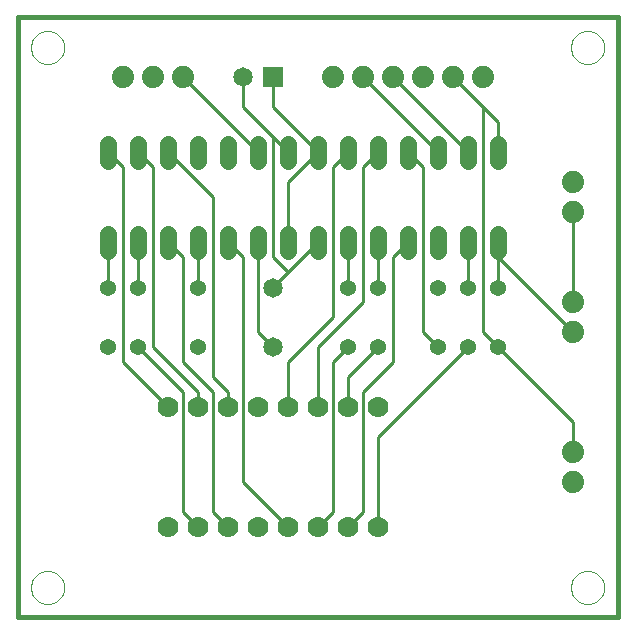
<source format=gtl>
G75*
G70*
%OFA0B0*%
%FSLAX24Y24*%
%IPPOS*%
%LPD*%
%AMOC8*
5,1,8,0,0,1.08239X$1,22.5*
%
%ADD10C,0.0000*%
%ADD11C,0.0160*%
%ADD12C,0.0560*%
%ADD13C,0.0740*%
%ADD14C,0.0540*%
%ADD15C,0.0700*%
%ADD16C,0.0650*%
%ADD17R,0.0650X0.0650*%
%ADD18C,0.0100*%
D10*
X000630Y001181D02*
X000632Y001228D01*
X000638Y001274D01*
X000648Y001320D01*
X000661Y001365D01*
X000679Y001408D01*
X000700Y001450D01*
X000724Y001490D01*
X000752Y001527D01*
X000783Y001562D01*
X000817Y001595D01*
X000853Y001624D01*
X000892Y001650D01*
X000933Y001673D01*
X000976Y001692D01*
X001020Y001708D01*
X001065Y001720D01*
X001111Y001728D01*
X001158Y001732D01*
X001204Y001732D01*
X001251Y001728D01*
X001297Y001720D01*
X001342Y001708D01*
X001386Y001692D01*
X001429Y001673D01*
X001470Y001650D01*
X001509Y001624D01*
X001545Y001595D01*
X001579Y001562D01*
X001610Y001527D01*
X001638Y001490D01*
X001662Y001450D01*
X001683Y001408D01*
X001701Y001365D01*
X001714Y001320D01*
X001724Y001274D01*
X001730Y001228D01*
X001732Y001181D01*
X001730Y001134D01*
X001724Y001088D01*
X001714Y001042D01*
X001701Y000997D01*
X001683Y000954D01*
X001662Y000912D01*
X001638Y000872D01*
X001610Y000835D01*
X001579Y000800D01*
X001545Y000767D01*
X001509Y000738D01*
X001470Y000712D01*
X001429Y000689D01*
X001386Y000670D01*
X001342Y000654D01*
X001297Y000642D01*
X001251Y000634D01*
X001204Y000630D01*
X001158Y000630D01*
X001111Y000634D01*
X001065Y000642D01*
X001020Y000654D01*
X000976Y000670D01*
X000933Y000689D01*
X000892Y000712D01*
X000853Y000738D01*
X000817Y000767D01*
X000783Y000800D01*
X000752Y000835D01*
X000724Y000872D01*
X000700Y000912D01*
X000679Y000954D01*
X000661Y000997D01*
X000648Y001042D01*
X000638Y001088D01*
X000632Y001134D01*
X000630Y001181D01*
X000630Y019181D02*
X000632Y019228D01*
X000638Y019274D01*
X000648Y019320D01*
X000661Y019365D01*
X000679Y019408D01*
X000700Y019450D01*
X000724Y019490D01*
X000752Y019527D01*
X000783Y019562D01*
X000817Y019595D01*
X000853Y019624D01*
X000892Y019650D01*
X000933Y019673D01*
X000976Y019692D01*
X001020Y019708D01*
X001065Y019720D01*
X001111Y019728D01*
X001158Y019732D01*
X001204Y019732D01*
X001251Y019728D01*
X001297Y019720D01*
X001342Y019708D01*
X001386Y019692D01*
X001429Y019673D01*
X001470Y019650D01*
X001509Y019624D01*
X001545Y019595D01*
X001579Y019562D01*
X001610Y019527D01*
X001638Y019490D01*
X001662Y019450D01*
X001683Y019408D01*
X001701Y019365D01*
X001714Y019320D01*
X001724Y019274D01*
X001730Y019228D01*
X001732Y019181D01*
X001730Y019134D01*
X001724Y019088D01*
X001714Y019042D01*
X001701Y018997D01*
X001683Y018954D01*
X001662Y018912D01*
X001638Y018872D01*
X001610Y018835D01*
X001579Y018800D01*
X001545Y018767D01*
X001509Y018738D01*
X001470Y018712D01*
X001429Y018689D01*
X001386Y018670D01*
X001342Y018654D01*
X001297Y018642D01*
X001251Y018634D01*
X001204Y018630D01*
X001158Y018630D01*
X001111Y018634D01*
X001065Y018642D01*
X001020Y018654D01*
X000976Y018670D01*
X000933Y018689D01*
X000892Y018712D01*
X000853Y018738D01*
X000817Y018767D01*
X000783Y018800D01*
X000752Y018835D01*
X000724Y018872D01*
X000700Y018912D01*
X000679Y018954D01*
X000661Y018997D01*
X000648Y019042D01*
X000638Y019088D01*
X000632Y019134D01*
X000630Y019181D01*
X018630Y019181D02*
X018632Y019228D01*
X018638Y019274D01*
X018648Y019320D01*
X018661Y019365D01*
X018679Y019408D01*
X018700Y019450D01*
X018724Y019490D01*
X018752Y019527D01*
X018783Y019562D01*
X018817Y019595D01*
X018853Y019624D01*
X018892Y019650D01*
X018933Y019673D01*
X018976Y019692D01*
X019020Y019708D01*
X019065Y019720D01*
X019111Y019728D01*
X019158Y019732D01*
X019204Y019732D01*
X019251Y019728D01*
X019297Y019720D01*
X019342Y019708D01*
X019386Y019692D01*
X019429Y019673D01*
X019470Y019650D01*
X019509Y019624D01*
X019545Y019595D01*
X019579Y019562D01*
X019610Y019527D01*
X019638Y019490D01*
X019662Y019450D01*
X019683Y019408D01*
X019701Y019365D01*
X019714Y019320D01*
X019724Y019274D01*
X019730Y019228D01*
X019732Y019181D01*
X019730Y019134D01*
X019724Y019088D01*
X019714Y019042D01*
X019701Y018997D01*
X019683Y018954D01*
X019662Y018912D01*
X019638Y018872D01*
X019610Y018835D01*
X019579Y018800D01*
X019545Y018767D01*
X019509Y018738D01*
X019470Y018712D01*
X019429Y018689D01*
X019386Y018670D01*
X019342Y018654D01*
X019297Y018642D01*
X019251Y018634D01*
X019204Y018630D01*
X019158Y018630D01*
X019111Y018634D01*
X019065Y018642D01*
X019020Y018654D01*
X018976Y018670D01*
X018933Y018689D01*
X018892Y018712D01*
X018853Y018738D01*
X018817Y018767D01*
X018783Y018800D01*
X018752Y018835D01*
X018724Y018872D01*
X018700Y018912D01*
X018679Y018954D01*
X018661Y018997D01*
X018648Y019042D01*
X018638Y019088D01*
X018632Y019134D01*
X018630Y019181D01*
X018630Y001181D02*
X018632Y001228D01*
X018638Y001274D01*
X018648Y001320D01*
X018661Y001365D01*
X018679Y001408D01*
X018700Y001450D01*
X018724Y001490D01*
X018752Y001527D01*
X018783Y001562D01*
X018817Y001595D01*
X018853Y001624D01*
X018892Y001650D01*
X018933Y001673D01*
X018976Y001692D01*
X019020Y001708D01*
X019065Y001720D01*
X019111Y001728D01*
X019158Y001732D01*
X019204Y001732D01*
X019251Y001728D01*
X019297Y001720D01*
X019342Y001708D01*
X019386Y001692D01*
X019429Y001673D01*
X019470Y001650D01*
X019509Y001624D01*
X019545Y001595D01*
X019579Y001562D01*
X019610Y001527D01*
X019638Y001490D01*
X019662Y001450D01*
X019683Y001408D01*
X019701Y001365D01*
X019714Y001320D01*
X019724Y001274D01*
X019730Y001228D01*
X019732Y001181D01*
X019730Y001134D01*
X019724Y001088D01*
X019714Y001042D01*
X019701Y000997D01*
X019683Y000954D01*
X019662Y000912D01*
X019638Y000872D01*
X019610Y000835D01*
X019579Y000800D01*
X019545Y000767D01*
X019509Y000738D01*
X019470Y000712D01*
X019429Y000689D01*
X019386Y000670D01*
X019342Y000654D01*
X019297Y000642D01*
X019251Y000634D01*
X019204Y000630D01*
X019158Y000630D01*
X019111Y000634D01*
X019065Y000642D01*
X019020Y000654D01*
X018976Y000670D01*
X018933Y000689D01*
X018892Y000712D01*
X018853Y000738D01*
X018817Y000767D01*
X018783Y000800D01*
X018752Y000835D01*
X018724Y000872D01*
X018700Y000912D01*
X018679Y000954D01*
X018661Y000997D01*
X018648Y001042D01*
X018638Y001088D01*
X018632Y001134D01*
X018630Y001181D01*
D11*
X000181Y000181D02*
X000181Y020181D01*
X020181Y020181D01*
X020181Y000181D01*
X000181Y000181D01*
D12*
X003181Y012401D02*
X003181Y012961D01*
X004181Y012961D02*
X004181Y012401D01*
X005181Y012401D02*
X005181Y012961D01*
X006181Y012961D02*
X006181Y012401D01*
X007181Y012401D02*
X007181Y012961D01*
X008181Y012961D02*
X008181Y012401D01*
X009181Y012401D02*
X009181Y012961D01*
X010181Y012961D02*
X010181Y012401D01*
X011181Y012401D02*
X011181Y012961D01*
X012181Y012961D02*
X012181Y012401D01*
X013181Y012401D02*
X013181Y012961D01*
X014181Y012961D02*
X014181Y012401D01*
X015181Y012401D02*
X015181Y012961D01*
X016181Y012961D02*
X016181Y012401D01*
X016181Y015401D02*
X016181Y015961D01*
X015181Y015961D02*
X015181Y015401D01*
X014181Y015401D02*
X014181Y015961D01*
X013181Y015961D02*
X013181Y015401D01*
X012181Y015401D02*
X012181Y015961D01*
X011181Y015961D02*
X011181Y015401D01*
X010181Y015401D02*
X010181Y015961D01*
X009181Y015961D02*
X009181Y015401D01*
X008181Y015401D02*
X008181Y015961D01*
X007181Y015961D02*
X007181Y015401D01*
X006181Y015401D02*
X006181Y015961D01*
X005181Y015961D02*
X005181Y015401D01*
X004181Y015401D02*
X004181Y015961D01*
X003181Y015961D02*
X003181Y015401D01*
D13*
X003681Y018181D03*
X004681Y018181D03*
X005681Y018181D03*
X010681Y018181D03*
X011681Y018181D03*
X012681Y018181D03*
X013681Y018181D03*
X014681Y018181D03*
X015681Y018181D03*
X018681Y014681D03*
X018681Y013681D03*
X018681Y010681D03*
X018681Y009681D03*
X018681Y005681D03*
X018681Y004681D03*
D14*
X016181Y009197D03*
X015181Y009197D03*
X014181Y009197D03*
X014181Y011166D03*
X015181Y011166D03*
X016181Y011166D03*
X012181Y011166D03*
X011181Y011166D03*
X011181Y009197D03*
X012181Y009197D03*
X006181Y009197D03*
X006181Y011166D03*
X004181Y011166D03*
X003181Y011166D03*
X003181Y009197D03*
X004181Y009197D03*
D15*
X005181Y007181D03*
X006181Y007181D03*
X007181Y007181D03*
X008181Y007181D03*
X009181Y007181D03*
X010181Y007181D03*
X011181Y007181D03*
X012181Y007181D03*
X012181Y003181D03*
X011181Y003181D03*
X010181Y003181D03*
X009181Y003181D03*
X008181Y003181D03*
X007181Y003181D03*
X006181Y003181D03*
X005181Y003181D03*
D16*
X008681Y009197D03*
X008681Y011166D03*
X007681Y018181D03*
D17*
X008681Y018181D03*
D18*
X008681Y017181D01*
X010181Y015681D01*
X009181Y014681D01*
X009181Y012681D01*
X008681Y012181D02*
X008681Y016181D01*
X009181Y015681D01*
X008681Y016181D02*
X007681Y017181D01*
X007681Y018181D01*
X005681Y018181D02*
X008181Y015681D01*
X006681Y014181D02*
X006681Y008181D01*
X007181Y007681D01*
X007181Y007181D01*
X006681Y007681D02*
X006681Y003681D01*
X007181Y003181D01*
X006181Y003181D02*
X005681Y003681D01*
X005681Y007681D01*
X004181Y009181D01*
X004181Y009197D01*
X004681Y009181D02*
X006181Y007681D01*
X006181Y007181D01*
X006681Y007681D02*
X005681Y008681D01*
X005681Y012181D01*
X005181Y012681D01*
X004181Y012681D02*
X004181Y011166D01*
X003181Y011166D02*
X003181Y012681D01*
X003681Y015181D02*
X003681Y008681D01*
X005181Y007181D01*
X004681Y009181D02*
X004681Y015181D01*
X004181Y015681D01*
X003681Y015181D02*
X003181Y015681D01*
X005181Y015681D02*
X006681Y014181D01*
X006181Y012681D02*
X006181Y011166D01*
X007681Y012181D02*
X007681Y004681D01*
X009181Y003181D01*
X010181Y003181D02*
X010681Y003681D01*
X010681Y008681D01*
X011181Y009181D01*
X011181Y009197D01*
X010681Y010181D02*
X009181Y008681D01*
X009181Y007181D01*
X010181Y007181D02*
X010181Y009181D01*
X011681Y010681D01*
X011681Y015181D01*
X012181Y015681D01*
X011181Y015681D02*
X010681Y015181D01*
X010681Y010181D01*
X011181Y011166D02*
X011181Y012681D01*
X010181Y012681D02*
X009181Y011681D01*
X008681Y012181D01*
X008181Y012681D02*
X008181Y009681D01*
X008681Y009181D01*
X008681Y009197D01*
X008681Y011166D02*
X008681Y011181D01*
X009181Y011681D01*
X007681Y012181D02*
X007181Y012681D01*
X011181Y008181D02*
X011181Y007181D01*
X011681Y007681D02*
X011681Y003681D01*
X011181Y003181D01*
X012181Y003181D02*
X012181Y006181D01*
X015181Y009181D01*
X015181Y009197D01*
X015681Y009681D02*
X015681Y017181D01*
X014681Y018181D01*
X015681Y017181D02*
X016181Y016681D01*
X016181Y015681D01*
X015181Y015681D02*
X012681Y018181D01*
X011681Y018181D02*
X014181Y015681D01*
X013681Y015181D02*
X013681Y009681D01*
X014181Y009181D01*
X014181Y009197D01*
X015681Y009681D02*
X016181Y009181D01*
X016181Y009197D01*
X016181Y009181D02*
X018681Y006681D01*
X018681Y005681D01*
X018681Y009681D02*
X016181Y012181D01*
X016181Y012681D01*
X016181Y012181D02*
X016181Y011166D01*
X015181Y011166D02*
X015181Y012681D01*
X013181Y012681D02*
X012681Y012181D01*
X012681Y008681D01*
X011681Y007681D01*
X011181Y008181D02*
X012181Y009181D01*
X012181Y009197D01*
X012181Y011166D02*
X012181Y012681D01*
X013681Y015181D02*
X013181Y015681D01*
X018681Y013681D02*
X018681Y010681D01*
M02*

</source>
